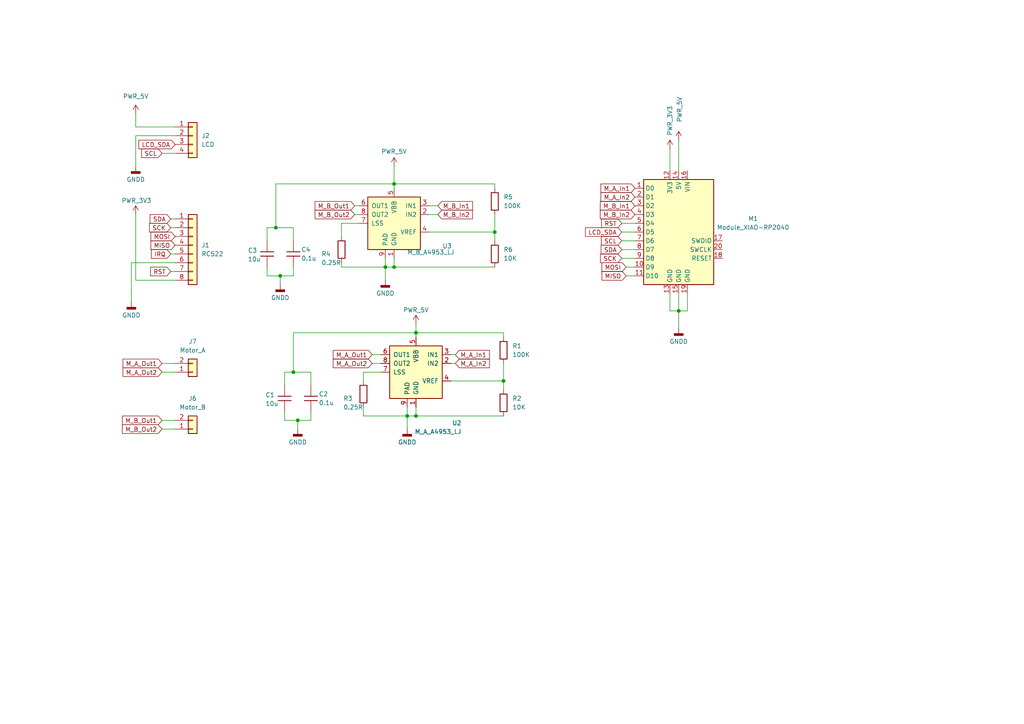
<source format=kicad_sch>
(kicad_sch (version 20250114) (generator "eeschema") (generator_version "9.0")
  (paper "A4")
  (lib_symbols
    (symbol "Connector_Generic:Conn_01x02" (pin_names (offset 1.016) (hide yes))
      (property "Reference" "J" (at 0 2.54 0))
      (property "Value" "Conn_01x02" (at 0 -5.08 0))
      (symbol "Conn_01x02_1_1"
        (rectangle (start -1.27 1.27) (end 1.27 -3.81) (stroke (width 0.254)) (fill (type background)))
        (rectangle (start -1.27 0.127) (end 0 -0.127) (stroke (width 0.1524)))
        (rectangle (start -1.27 -2.413) (end 0 -2.667) (stroke (width 0.1524)))
        (pin passive line (at -5.08 0 0) (length 3.81) (name "Pin_1") (number "1"))
        (pin passive line (at -5.08 -2.54 0) (length 3.81) (name "Pin_2") (number "2"))
      )
    )
    (symbol "Connector_Generic:Conn_01x04" (pin_names (offset 1.016) (hide yes))
      (property "Reference" "J" (at 0 5.08 0))
      (property "Value" "Conn_01x04" (at 0 -7.62 0))
      (symbol "Conn_01x04_1_1"
        (rectangle (start -1.27 3.81) (end 1.27 -6.35) (stroke (width 0.254)) (fill (type background)))
        (rectangle (start -1.27 2.667) (end 0 2.413) (stroke (width 0.1524)))
        (rectangle (start -1.27 0.127) (end 0 -0.127) (stroke (width 0.1524)))
        (rectangle (start -1.27 -2.413) (end 0 -2.667) (stroke (width 0.1524)))
        (rectangle (start -1.27 -4.953) (end 0 -5.207) (stroke (width 0.1524)))
        (pin passive line (at -5.08 2.54 0) (length 3.81) (name "Pin_1") (number "1"))
        (pin passive line (at -5.08 0 0) (length 3.81) (name "Pin_2") (number "2"))
        (pin passive line (at -5.08 -2.54 0) (length 3.81) (name "Pin_3") (number "3"))
        (pin passive line (at -5.08 -5.08 0) (length 3.81) (name "Pin_4") (number "4"))
      )
    )
    (symbol "Connector_Generic:Conn_01x08" (pin_names (offset 1.016) (hide yes))
      (property "Reference" "J" (at 0 10.16 0))
      (property "Value" "Conn_01x08" (at 0 -12.7 0))
      (symbol "Conn_01x08_1_1"
        (rectangle (start -1.27 8.89) (end 1.27 -11.43) (stroke (width 0.254)) (fill (type background)))
        (rectangle (start -1.27 7.747) (end 0 7.493) (stroke (width 0.1524)))
        (rectangle (start -1.27 5.207) (end 0 4.953) (stroke (width 0.1524)))
        (rectangle (start -1.27 2.667) (end 0 2.413) (stroke (width 0.1524)))
        (rectangle (start -1.27 0.127) (end 0 -0.127) (stroke (width 0.1524)))
        (rectangle (start -1.27 -2.413) (end 0 -2.667) (stroke (width 0.1524)))
        (rectangle (start -1.27 -4.953) (end 0 -5.207) (stroke (width 0.1524)))
        (rectangle (start -1.27 -7.493) (end 0 -7.747) (stroke (width 0.1524)))
        (rectangle (start -1.27 -10.033) (end 0 -10.287) (stroke (width 0.1524)))
        (pin passive line (at -5.08 7.62 0) (length 3.81) (name "Pin_1") (number "1"))
        (pin passive line (at -5.08 5.08 0) (length 3.81) (name "Pin_2") (number "2"))
        (pin passive line (at -5.08 2.54 0) (length 3.81) (name "Pin_3") (number "3"))
        (pin passive line (at -5.08 0 0) (length 3.81) (name "Pin_4") (number "4"))
        (pin passive line (at -5.08 -2.54 0) (length 3.81) (name "Pin_5") (number "5"))
        (pin passive line (at -5.08 -5.08 0) (length 3.81) (name "Pin_6") (number "6"))
        (pin passive line (at -5.08 -7.62 0) (length 3.81) (name "Pin_7") (number "7"))
        (pin passive line (at -5.08 -10.16 0) (length 3.81) (name "Pin_8") (number "8"))
      )
    )
    (symbol "Device:R" (pin_numbers (hide yes)) (pin_names (offset 0))
      (property "Reference" "R" (at 2.032 0 90))
      (property "Value" "R" (at 0 0 90))
      (symbol "R_0_1"
        (rectangle (start -1.016 -2.54) (end 1.016 2.54) (stroke (width 0.254)))
      )
      (symbol "R_1_1"
        (pin passive line (at 0 3.81 270) (length 1.27) (name "~") (number "1"))
        (pin passive line (at 0 -3.81 90) (length 1.27) (name "~") (number "2"))
      )
    )
    (symbol "Driver_Motor:A4953_LJ" (pin_names (offset 1.016))
      (property "Reference" "U" (at -7.62 8.89 0))
      (property "Value" "A4953_LJ" (at 5.08 8.89 0))
      (symbol "A4953_LJ_0_1"
        (rectangle (start -7.62 7.62) (end 7.62 -7.62) (stroke (width 0.254)) (fill (type background)))
      )
      (symbol "A4953_LJ_1_1"
        (pin input line (at -10.16 5.08 0) (length 2.54) (name "IN1") (number "3"))
        (pin input line (at -10.16 2.54 0) (length 2.54) (name "IN2") (number "2"))
        (pin passive line (at -10.16 -2.54 0) (length 2.54) (name "VREF") (number "4"))
        (pin power_in line (at 0 10.16 270) (length 2.54) (name "VBB") (number "5"))
        (pin power_in line (at 0 -10.16 90) (length 2.54) (name "GND") (number "1"))
        (pin power_in line (at 2.54 -10.16 90) (length 2.54) (name "PAD") (number "9"))
        (pin power_out line (at 10.16 5.08 180) (length 2.54) (name "OUT1") (number "6"))
        (pin power_out line (at 10.16 2.54 180) (length 2.54) (name "OUT2") (number "8"))
        (pin power_in line (at 10.16 0 180) (length 2.54) (name "LSS") (number "7"))
      )
    )
    (symbol "fab-kicad:C_1206" (pin_numbers (hide yes))
      (property "Reference" "C" (at 0.635 2.54 0))
      (property "Value" "C_1206" (at 0.635 -2.54 0))
      (symbol "C_1206_1_1"
        (polyline (pts (xy -1.905 0.635) (xy 1.905 0.635)) (stroke (width 0.25)))
        (polyline (pts (xy -1.905 -0.635) (xy 1.905 -0.635)) (stroke (width 0.25)))
        (pin passive line (at 0 3.81 270) (length 3.175) (name "~") (number "1"))
        (pin passive line (at 0 -3.81 90) (length 3.175) (name "~") (number "2"))
      )
    )
    (symbol "fab-kicad:Module_XIAO-RP2040"
      (property "Reference" "M" (at -10.16 16.51 0))
      (property "Value" "Module_XIAO-RP2040" (at 3.81 16.51 0))
      (symbol "Module_XIAO-RP2040_1_1"
        (rectangle (start -10.16 15.24) (end 10.16 -15.24) (stroke (width 0.254)) (fill (type background)))
        (pin bidirectional line (at -12.7 12.7 0) (length 2.54) (name "D0") (number "1"))
        (pin bidirectional line (at -12.7 10.16 0) (length 2.54) (name "D1") (number "2"))
        (pin bidirectional line (at -12.7 7.62 0) (length 2.54) (name "D2") (number "3"))
        (pin bidirectional line (at -12.7 5.08 0) (length 2.54) (name "D3") (number "4"))
        (pin bidirectional line (at -12.7 2.54 0) (length 2.54) (name "D4") (number "5"))
        (pin bidirectional line (at -12.7 0 0) (length 2.54) (name "D5") (number "6"))
        (pin bidirectional line (at -12.7 -2.54 0) (length 2.54) (name "D6") (number "7"))
        (pin bidirectional line (at -12.7 -5.08 0) (length 2.54) (name "D7") (number "8"))
        (pin bidirectional line (at -12.7 -7.62 0) (length 2.54) (name "D8") (number "9"))
        (pin bidirectional line (at -12.7 -10.16 0) (length 2.54) (name "D9") (number "10"))
        (pin bidirectional line (at -12.7 -12.7 0) (length 2.54) (name "D10") (number "11"))
        (pin power_in line (at -2.54 17.78 270) (length 2.54) (name "3V3") (number "12"))
        (pin power_in line (at -2.54 -17.78 90) (length 2.54) (name "GND") (number "13"))
        (pin power_in line (at 0 17.78 270) (length 2.54) (name "5V") (number "14"))
        (pin power_in line (at 0 -17.78 90) (length 2.54) (name "GND") (number "15"))
        (pin power_in line (at 2.54 17.78 270) (length 2.54) (name "VIN") (number "16"))
        (pin power_in line (at 2.54 -17.78 90) (length 2.54) (name "GND") (number "19"))
        (pin bidirectional line (at 12.7 -2.54 180) (length 2.54) (name "SWDIO") (number "17"))
        (pin input line (at 12.7 -5.08 180) (length 2.54) (name "SWCLK") (number "20"))
        (pin input line (at 12.7 -7.62 180) (length 2.54) (name "RESET") (number "18"))
      )
    )
    (symbol "fab-kicad:PWR_3V3" (power) (pin_names (offset 0))
      (property "Value" "PWR_3V3" (at 0 3.556 0))
      (symbol "PWR_3V3_0_1"
        (polyline (pts (xy -0.762 1.27) (xy 0 2.54)))
        (polyline (pts (xy 0 2.54) (xy 0.762 1.27)))
        (polyline (pts (xy 0 0) (xy 0 2.54)))
      )
      (symbol "PWR_3V3_1_1"
        (pin power_in line (at 0 0 90) (length 0) (hide yes) (name "PWR_3V3") (number "1"))
      )
    )
    (symbol "fab-kicad:PWR_5V" (power) (pin_names (offset 0))
      (property "Value" "PWR_5V" (at 0 3.556 0))
      (symbol "PWR_5V_0_1"
        (polyline (pts (xy -0.762 1.27) (xy 0 2.54)))
        (polyline (pts (xy 0 2.54) (xy 0.762 1.27)))
        (polyline (pts (xy 0 0) (xy 0 2.54)))
      )
      (symbol "PWR_5V_1_1"
        (pin power_in line (at 0 0 90) (length 0) (hide yes) (name "PWR_5V") (number "1"))
      )
    )
    (symbol "power:GNDD" (power) (pin_numbers (hide yes)) (pin_names (offset 0) (hide yes))
      (property "Value" "GNDD" (at 0 -3.175 0))
      (symbol "GNDD_0_1"
        (rectangle (start -1.27 -1.524) (end 1.27 -2.032) (stroke (width 0.254)) (fill (type outline)))
        (polyline (pts (xy 0 0) (xy 0 -1.524)))
      )
      (symbol "GNDD_1_1"
        (pin power_in line (at 0 0 270) (length 0) (name "~") (number "1"))
      )
    )
  )
  (junction (at 120.65 96.52))
  (junction (at 85.09 107.95))
  (junction (at 81.28 80.01))
  (junction (at 146.05 110.49))
  (junction (at 111.76 77.47))
  (junction (at 143.51 67.31))
  (junction (at 86.36 121.92))
  (junction (at 118.11 120.65))
  (junction (at 114.3 77.47))
  (junction (at 196.85 90.17))
  (junction (at 120.65 120.65))
  (junction (at 80.01 66.04))
  (junction (at 114.3 53.34))
  (wire (pts (xy 80.01 53.34) (xy 114.3 53.34)))
  (wire (pts (xy 39.37 39.37) (xy 39.37 48.26)))
  (wire (pts (xy 118.11 118.11) (xy 118.11 120.65)))
  (wire (pts (xy 130.81 110.49) (xy 146.05 110.49)))
  (wire (pts (xy 105.41 107.95) (xy 110.49 107.95)))
  (wire (pts (xy 99.06 77.47) (xy 111.76 77.47)))
  (wire (pts (xy 180.34 64.77) (xy 184.15 64.77)))
  (wire (pts (xy 82.55 107.95) (xy 82.55 111.76)))
  (wire (pts (xy 77.47 80.01) (xy 81.28 80.01)))
  (wire (pts (xy 180.34 72.39) (xy 184.15 72.39)))
  (wire (pts (xy 124.46 59.69) (xy 127 59.69)))
  (wire (pts (xy 180.34 67.31) (xy 184.15 67.31)))
  (wire (pts (xy 114.3 77.47) (xy 143.51 77.47)))
  (wire (pts (xy 86.36 121.92) (xy 90.17 121.92)))
  (wire (pts (xy 114.3 53.34) (xy 143.51 53.34)))
  (wire (pts (xy 194.31 43.18) (xy 194.31 49.53)))
  (wire (pts (xy 39.37 36.83) (xy 39.37 33.02)))
  (wire (pts (xy 38.1 76.2) (xy 38.1 87.63)))
  (wire (pts (xy 114.3 48.26) (xy 114.3 53.34)))
  (wire (pts (xy 90.17 119.38) (xy 90.17 121.92)))
  (wire (pts (xy 120.65 93.98) (xy 120.65 96.52)))
  (wire (pts (xy 196.85 90.17) (xy 196.85 95.25)))
  (wire (pts (xy 180.34 74.93) (xy 184.15 74.93)))
  (wire (pts (xy 77.47 66.04) (xy 77.47 69.85)))
  (wire (pts (xy 143.51 67.31) (xy 143.51 69.85)))
  (wire (pts (xy 102.87 62.23) (xy 104.14 62.23)))
  (wire (pts (xy 105.41 120.65) (xy 118.11 120.65)))
  (wire (pts (xy 39.37 81.28) (xy 39.37 62.23)))
  (wire (pts (xy 99.06 64.77) (xy 99.06 68.58)))
  (wire (pts (xy 80.01 66.04) (xy 85.09 66.04)))
  (wire (pts (xy 194.31 90.17) (xy 196.85 90.17)))
  (wire (pts (xy 38.1 76.2) (xy 50.8 76.2)))
  (wire (pts (xy 111.76 74.93) (xy 111.76 77.47)))
  (wire (pts (xy 146.05 105.41) (xy 146.05 110.49)))
  (wire (pts (xy 46.99 121.92) (xy 50.8 121.92)))
  (wire (pts (xy 81.28 80.01) (xy 85.09 80.01)))
  (wire (pts (xy 46.99 107.95) (xy 50.8 107.95)))
  (wire (pts (xy 196.85 40.64) (xy 196.85 49.53)))
  (wire (pts (xy 120.65 120.65) (xy 120.65 118.11)))
  (wire (pts (xy 194.31 85.09) (xy 194.31 90.17)))
  (wire (pts (xy 85.09 77.47) (xy 85.09 80.01)))
  (wire (pts (xy 77.47 77.47) (xy 77.47 80.01)))
  (wire (pts (xy 146.05 97.79) (xy 146.05 96.52)))
  (wire (pts (xy 120.65 120.65) (xy 146.05 120.65)))
  (wire (pts (xy 114.3 77.47) (xy 114.3 74.93)))
  (wire (pts (xy 146.05 110.49) (xy 146.05 113.03)))
  (wire (pts (xy 85.09 107.95) (xy 85.09 96.52)))
  (wire (pts (xy 111.76 77.47) (xy 111.76 81.28)))
  (wire (pts (xy 99.06 76.2) (xy 99.06 77.47)))
  (wire (pts (xy 180.34 69.85) (xy 184.15 69.85)))
  (wire (pts (xy 82.55 119.38) (xy 82.55 121.92)))
  (wire (pts (xy 130.81 102.87) (xy 132.08 102.87)))
  (wire (pts (xy 82.55 107.95) (xy 85.09 107.95)))
  (wire (pts (xy 39.37 81.28) (xy 50.8 81.28)))
  (wire (pts (xy 49.53 73.66) (xy 50.8 73.66)))
  (wire (pts (xy 146.05 96.52) (xy 120.65 96.52)))
  (wire (pts (xy 49.53 66.04) (xy 50.8 66.04)))
  (wire (pts (xy 143.51 62.23) (xy 143.51 67.31)))
  (wire (pts (xy 107.95 105.41) (xy 110.49 105.41)))
  (wire (pts (xy 77.47 66.04) (xy 80.01 66.04)))
  (wire (pts (xy 107.95 102.87) (xy 110.49 102.87)))
  (wire (pts (xy 181.61 80.01) (xy 184.15 80.01)))
  (wire (pts (xy 82.55 121.92) (xy 86.36 121.92)))
  (wire (pts (xy 85.09 107.95) (xy 90.17 107.95)))
  (wire (pts (xy 124.46 62.23) (xy 127 62.23)))
  (wire (pts (xy 196.85 90.17) (xy 199.39 90.17)))
  (wire (pts (xy 105.41 107.95) (xy 105.41 110.49)))
  (wire (pts (xy 102.87 59.69) (xy 104.14 59.69)))
  (wire (pts (xy 46.99 44.45) (xy 50.8 44.45)))
  (wire (pts (xy 99.06 64.77) (xy 104.14 64.77)))
  (wire (pts (xy 86.36 121.92) (xy 86.36 124.46)))
  (wire (pts (xy 143.51 54.61) (xy 143.51 53.34)))
  (wire (pts (xy 81.28 80.01) (xy 81.28 82.55)))
  (wire (pts (xy 46.99 105.41) (xy 50.8 105.41)))
  (wire (pts (xy 39.37 39.37) (xy 50.8 39.37)))
  (wire (pts (xy 90.17 111.76) (xy 90.17 107.95)))
  (wire (pts (xy 118.11 120.65) (xy 120.65 120.65)))
  (wire (pts (xy 46.99 124.46) (xy 50.8 124.46)))
  (wire (pts (xy 196.85 85.09) (xy 196.85 90.17)))
  (wire (pts (xy 49.53 63.5) (xy 50.8 63.5)))
  (wire (pts (xy 124.46 67.31) (xy 143.51 67.31)))
  (wire (pts (xy 132.08 105.41) (xy 130.81 105.41)))
  (wire (pts (xy 111.76 77.47) (xy 114.3 77.47)))
  (wire (pts (xy 105.41 118.11) (xy 105.41 120.65)))
  (wire (pts (xy 114.3 53.34) (xy 114.3 54.61)))
  (wire (pts (xy 181.61 77.47) (xy 184.15 77.47)))
  (wire (pts (xy 85.09 69.85) (xy 85.09 66.04)))
  (wire (pts (xy 118.11 120.65) (xy 118.11 124.46)))
  (wire (pts (xy 120.65 96.52) (xy 120.65 97.79)))
  (wire (pts (xy 49.53 78.74) (xy 50.8 78.74)))
  (wire (pts (xy 199.39 90.17) (xy 199.39 85.09)))
  (wire (pts (xy 80.01 53.34) (xy 80.01 66.04)))
  (wire (pts (xy 85.09 96.52) (xy 120.65 96.52)))
  (wire (pts (xy 39.37 36.83) (xy 50.8 36.83)))
  (global_label "IRQ" (shape input) (at 49.53 73.66 180) (property "Intersheetrefs" "${INTERSHEET_REFS}" (effects (hide yes))))
  (global_label "SDA" (shape input) (at 180.34 72.39 180) (property "Intersheetrefs" "${INTERSHEET_REFS}" (effects (hide yes))))
  (global_label "M_B_Out2" (shape input) (at 46.99 124.46 180) (property "Intersheetrefs" "${INTERSHEET_REFS}" (effects (hide yes))))
  (global_label "M_B_In1" (shape input) (at 127 59.69 0) (property "Intersheetrefs" "${INTERSHEET_REFS}" (effects (hide yes))))
  (global_label "M_B_Out1" (shape input) (at 102.87 59.69 180) (property "Intersheetrefs" "${INTERSHEET_REFS}" (effects (hide yes))))
  (global_label "MOSI" (shape input) (at 50.8 68.58 180) (property "Intersheetrefs" "${INTERSHEET_REFS}" (effects (hide yes))))
  (global_label "LCD_SDA" (shape input) (at 50.8 41.91 180) (property "Intersheetrefs" "${INTERSHEET_REFS}" (effects (hide yes))))
  (global_label "M_B_Out1" (shape input) (at 46.99 121.92 180) (property "Intersheetrefs" "${INTERSHEET_REFS}" (effects (hide yes))))
  (global_label "M_A_In1" (shape input) (at 184.15 54.61 180) (property "Intersheetrefs" "${INTERSHEET_REFS}" (effects (hide yes))))
  (global_label "M_A_In2" (shape input) (at 132.08 105.41 0) (property "Intersheetrefs" "${INTERSHEET_REFS}" (effects (hide yes))))
  (global_label "M_A_Out1" (shape input) (at 46.99 105.41 180) (property "Intersheetrefs" "${INTERSHEET_REFS}" (effects (hide yes))))
  (global_label "M_A_Out1" (shape input) (at 107.95 102.87 180) (property "Intersheetrefs" "${INTERSHEET_REFS}" (effects (hide yes))))
  (global_label "MISO" (shape input) (at 50.8 71.12 180) (property "Intersheetrefs" "${INTERSHEET_REFS}" (effects (hide yes))))
  (global_label "SDA" (shape input) (at 49.53 63.5 180) (property "Intersheetrefs" "${INTERSHEET_REFS}" (effects (hide yes))))
  (global_label "M_B_Out2" (shape input) (at 102.87 62.23 180) (property "Intersheetrefs" "${INTERSHEET_REFS}" (effects (hide yes))))
  (global_label "RST" (shape input) (at 180.34 64.77 180) (property "Intersheetrefs" "${INTERSHEET_REFS}" (effects (hide yes))))
  (global_label "SCL" (shape input) (at 46.99 44.45 180) (property "Intersheetrefs" "${INTERSHEET_REFS}" (effects (hide yes))))
  (global_label "MOSI" (shape input) (at 181.61 77.47 180) (property "Intersheetrefs" "${INTERSHEET_REFS}" (effects (hide yes))))
  (global_label "SCK" (shape input) (at 49.53 66.04 180) (property "Intersheetrefs" "${INTERSHEET_REFS}" (effects (hide yes))))
  (global_label "M_B_In2" (shape input) (at 127 62.23 0) (property "Intersheetrefs" "${INTERSHEET_REFS}" (effects (hide yes))))
  (global_label "MISO" (shape input) (at 181.61 80.01 180) (property "Intersheetrefs" "${INTERSHEET_REFS}" (effects (hide yes))))
  (global_label "SCK" (shape input) (at 180.34 74.93 180) (property "Intersheetrefs" "${INTERSHEET_REFS}" (effects (hide yes))))
  (global_label "M_A_Out2" (shape input) (at 46.99 107.95 180) (property "Intersheetrefs" "${INTERSHEET_REFS}" (effects (hide yes))))
  (global_label "SCL" (shape input) (at 180.34 69.85 180) (property "Intersheetrefs" "${INTERSHEET_REFS}" (effects (hide yes))))
  (global_label "LCD_SDA" (shape input) (at 180.34 67.31 180) (property "Intersheetrefs" "${INTERSHEET_REFS}" (effects (hide yes))))
  (global_label "M_B_In2" (shape input) (at 184.15 62.23 180) (property "Intersheetrefs" "${INTERSHEET_REFS}" (effects (hide yes))))
  (global_label "M_B_In1" (shape input) (at 184.15 59.69 180) (property "Intersheetrefs" "${INTERSHEET_REFS}" (effects (hide yes))))
  (global_label "M_A_Out2" (shape input) (at 107.95 105.41 180) (property "Intersheetrefs" "${INTERSHEET_REFS}" (effects (hide yes))))
  (global_label "RST" (shape input) (at 49.53 78.74 180) (property "Intersheetrefs" "${INTERSHEET_REFS}" (effects (hide yes))))
  (global_label "M_A_In1" (shape input) (at 132.08 102.87 0) (property "Intersheetrefs" "${INTERSHEET_REFS}" (effects (hide yes))))
  (global_label "M_A_In2" (shape input) (at 184.15 57.15 180) (property "Intersheetrefs" "${INTERSHEET_REFS}" (effects (hide yes))))
  (symbol (lib_id "Connector_Generic:Conn_01x02") (at 55.88 107.95 0) (mirror x) (unit 1)
    (property "Reference" "J7" (at 55.88 99.06 0))
    (property "Value" "Motor_A" (at 55.88 101.6 0))
    (property "Footprint" "Connector_PinHeader_2.54mm:PinHeader_1x02_P2.54mm_Vertical" (effects (hide yes)))
    (property "Description" "Generic connector, single row, 01x02, script generated (kicad-library-utils/schlib/autogen/connector/)" (effects (hide yes)))
  )
  (symbol (lib_id "fab-kicad:PWR_3V3") (at 194.31 43.18 0) (mirror y) (unit 1)
    (property "Reference" "#PWR09" (effects (hide yes)))
    (property "Value" "PWR_3V3" (at 194.3101 39.37 90) (effects (justify left)))
    (property "Description" "Power symbol creates a global label with name \"+3V3\"" (effects (hide yes)))
  )
  (symbol (lib_id "Device:R") (at 146.05 116.84 0) (unit 1)
    (property "Reference" "R2" (at 148.59 115.5699 0) (effects (justify left)))
    (property "Value" "10K" (at 148.59 118.1099 0) (effects (justify left)))
    (property "Footprint" "Resistor_SMD:R_1206_3216Metric" (effects (hide yes)))
    (property "Description" "Resistor" (effects (hide yes)))
  )
  (symbol (lib_id "fab-kicad:PWR_3V3") (at 39.37 62.23 0) (mirror y) (unit 1)
    (property "Reference" "#PWR011" (effects (hide yes)))
    (property "Value" "PWR_3V3" (at 43.942 58.166 0) (effects (justify left)))
    (property "Description" "Power symbol creates a global label with name \"+3V3\"" (effects (hide yes)))
  )
  (symbol (lib_id "Connector_Generic:Conn_01x04") (at 55.88 39.37 0) (unit 1)
    (property "Reference" "J2" (at 58.42 39.3699 0) (effects (justify left)))
    (property "Value" "LCD" (at 58.42 41.9099 0) (effects (justify left)))
    (property "Footprint" "Connector_PinHeader_2.54mm:PinHeader_1x04_P2.54mm_Vertical" (effects (hide yes)))
    (property "Description" "Generic connector, single row, 01x04, script generated (kicad-library-utils/schlib/autogen/connector/)" (effects (hide yes)))
  )
  (symbol (lib_id "Device:R") (at 143.51 58.42 0) (unit 1)
    (property "Reference" "R5" (at 146.05 57.1499 0) (effects (justify left)))
    (property "Value" "100K" (at 146.05 59.6899 0) (effects (justify left)))
    (property "Footprint" "Resistor_SMD:R_1206_3216Metric" (effects (hide yes)))
    (property "Description" "Resistor" (effects (hide yes)))
  )
  (symbol (lib_id "Driver_Motor:A4953_LJ") (at 120.65 107.95 0) (mirror y) (unit 1)
    (property "Reference" "U2" (at 133.858 122.682 0) (effects (justify left)))
    (property "Value" "M_A_A4953_LJ" (at 133.858 125.222 0) (effects (justify left)))
    (property "Footprint" "Package_SO:SOIC-8-1EP_3.9x4.9mm_P1.27mm_EP2.41x3.3mm" (effects (hide yes)))
    (property "Datasheet" "www.allegromicro.com/~/media/Files/Datasheets/A4952-3-Datasheet.ashx?la=en" (effects (hide yes)))
    (property "Description" "Full-Bridge, DMOS PWM, Motor Driver, 40V, 2A, SOIC-8" (effects (hide yes)))
  )
  (symbol (lib_id "Device:R") (at 99.06 72.39 0) (unit 1)
    (property "Reference" "R4" (at 93.218 73.66 0) (effects (justify left)))
    (property "Value" "0.25R" (at 93.218 76.2 0) (effects (justify left)))
    (property "Footprint" "Resistor_SMD:R_2010_5025Metric" (effects (hide yes)))
    (property "Description" "Resistor" (effects (hide yes)))
  )
  (symbol (lib_id "fab-kicad:PWR_5V") (at 120.65 93.98 0) (mirror y) (unit 1)
    (property "Reference" "#PWR013" (effects (hide yes)))
    (property "Value" "PWR_5V" (at 120.65 89.916 0))
    (property "Description" "Power symbol creates a global label with name \"+5V\"" (effects (hide yes)))
  )
  (symbol (lib_id "power:GNDD") (at 39.37 48.26 0) (mirror y) (unit 1)
    (property "Reference" "#PWR06" (effects (hide yes)))
    (property "Value" "GNDD" (at 39.37 52.07 0))
    (property "Description" "Power symbol creates a global label with name \"GNDD\" , digital ground" (effects (hide yes)))
  )
  (symbol (lib_id "Connector_Generic:Conn_01x02") (at 55.88 124.46 0) (mirror x) (unit 1)
    (property "Reference" "J6" (at 55.88 115.57 0))
    (property "Value" "Motor_B" (at 55.88 118.11 0))
    (property "Footprint" "Connector_PinHeader_2.54mm:PinHeader_1x02_P2.54mm_Vertical" (effects (hide yes)))
    (property "Description" "Generic connector, single row, 01x02, script generated (kicad-library-utils/schlib/autogen/connector/)" (effects (hide yes)))
  )
  (symbol (lib_id "power:GNDD") (at 118.11 124.46 0) (unit 1)
    (property "Reference" "#PWR015" (effects (hide yes)))
    (property "Value" "GNDD" (at 118.11 128.27 0))
    (property "Description" "Power symbol creates a global label with name \"GNDD\" , digital ground" (effects (hide yes)))
  )
  (symbol (lib_id "fab-kicad:PWR_5V") (at 114.3 48.26 0) (mirror y) (unit 1)
    (property "Reference" "#PWR012" (effects (hide yes)))
    (property "Value" "PWR_5V" (at 114.3 43.942 0))
    (property "Description" "Power symbol creates a global label with name \"+5V\"" (effects (hide yes)))
  )
  (symbol (lib_id "Device:R") (at 143.51 73.66 0) (unit 1)
    (property "Reference" "R6" (at 146.05 72.3899 0) (effects (justify left)))
    (property "Value" "10K" (at 146.05 74.9299 0) (effects (justify left)))
    (property "Footprint" "Resistor_SMD:R_1206_3216Metric" (effects (hide yes)))
    (property "Description" "Resistor" (effects (hide yes)))
  )
  (symbol (lib_id "fab-kicad:PWR_5V") (at 196.85 40.64 0) (unit 1)
    (property "Reference" "#PWR03" (effects (hide yes)))
    (property "Value" "PWR_5V" (at 197.104 31.75 90))
    (property "Description" "Power symbol creates a global label with name \"+5V\"" (effects (hide yes)))
  )
  (symbol (lib_id "power:GNDD") (at 81.28 82.55 0) (unit 1)
    (property "Reference" "#PWR04" (effects (hide yes)))
    (property "Value" "GNDD" (at 81.28 86.36 0))
    (property "Description" "Power symbol creates a global label with name \"GNDD\" , digital ground" (effects (hide yes)))
  )
  (symbol (lib_id "fab-kicad:Module_XIAO-RP2040") (at 196.85 67.31 0) (unit 1)
    (property "Reference" "M1" (at 218.44 63.4298 0))
    (property "Value" "Module_XIAO-RP2040" (at 218.44 65.9698 0))
    (property "Footprint" "PCM_fab:SeeedStudio_XIAO_RP2040" (effects (hide yes)))
    (property "Datasheet" "https://wiki.seeedstudio.com/XIAO-RP2040/" (effects (hide yes)))
    (property "Description" "RP2040 XIAO RP2040 - ARM® Dual-Core Cortex®-M0+ MCU 32-Bit Embedded Evaluation Board" (effects (hide yes)))
  )
  (symbol (lib_id "Device:R") (at 146.05 101.6 0) (unit 1)
    (property "Reference" "R1" (at 148.59 100.3299 0) (effects (justify left)))
    (property "Value" "100K" (at 148.59 102.8699 0) (effects (justify left)))
    (property "Footprint" "Resistor_SMD:R_1206_3216Metric" (effects (hide yes)))
    (property "Description" "Resistor" (effects (hide yes)))
  )
  (symbol (lib_id "Device:R") (at 105.41 114.3 0) (unit 1)
    (property "Reference" "R3" (at 99.568 115.57 0) (effects (justify left)))
    (property "Value" "0.25R" (at 99.568 118.11 0) (effects (justify left)))
    (property "Footprint" "Resistor_SMD:R_2010_5025Metric" (effects (hide yes)))
    (property "Description" "Resistor" (effects (hide yes)))
  )
  (symbol (lib_id "Driver_Motor:A4953_LJ") (at 114.3 64.77 0) (mirror y) (unit 1)
    (property "Reference" "U3" (at 131.064 71.374 0) (effects (justify left)))
    (property "Value" "M_B_A4953_LJ" (at 131.826 73.152 0) (effects (justify left)))
    (property "Footprint" "Package_SO:SOIC-8-1EP_3.9x4.9mm_P1.27mm_EP2.41x3.3mm" (effects (hide yes)))
    (property "Datasheet" "www.allegromicro.com/~/media/Files/Datasheets/A4952-3-Datasheet.ashx?la=en" (effects (hide yes)))
    (property "Description" "Full-Bridge, DMOS PWM, Motor Driver, 40V, 2A, SOIC-8" (effects (hide yes)))
  )
  (symbol (lib_id "power:GNDD") (at 196.85 95.25 0) (unit 1)
    (property "Reference" "#PWR01" (effects (hide yes)))
    (property "Value" "GNDD" (at 196.85 99.06 0))
    (property "Description" "Power symbol creates a global label with name \"GNDD\" , digital ground" (effects (hide yes)))
  )
  (symbol (lib_id "Connector_Generic:Conn_01x08") (at 55.88 71.12 0) (unit 1)
    (property "Reference" "J1" (at 58.42 71.1199 0) (effects (justify left)))
    (property "Value" "RC522" (at 58.42 73.6599 0) (effects (justify left)))
    (property "Footprint" "Connector_PinHeader_2.54mm:PinHeader_1x08_P2.54mm_Vertical" (effects (hide yes)))
    (property "Description" "Generic connector, single row, 01x08, script generated (kicad-library-utils/schlib/autogen/connector/)" (effects (hide yes)))
  )
  (symbol (lib_id "power:GNDD") (at 38.1 87.63 0) (mirror y) (unit 1)
    (property "Reference" "#PWR05" (effects (hide yes)))
    (property "Value" "GNDD" (at 38.1 91.44 0))
    (property "Description" "Power symbol creates a global label with name \"GNDD\" , digital ground" (effects (hide yes)))
  )
  (symbol (lib_id "fab-kicad:C_1206") (at 77.47 73.66 0) (unit 1)
    (property "Reference" "C3" (at 71.882 72.644 0) (effects (justify left)))
    (property "Value" "10u" (at 71.882 75.184 0) (effects (justify left)))
    (property "Footprint" "PCM_fab:C_1206" (effects (hide yes)))
    (property "Datasheet" "https://www.yageo.com/upload/media/product/productsearch/datasheet/mlcc/UPY-GP_NP0_16V-to-50V_18.pdf" (effects (hide yes)))
    (property "Description" "Unpolarized capacitor, SMD, 1206" (effects (hide yes)))
  )
  (symbol (lib_id "fab-kicad:C_1206") (at 85.09 73.66 0) (unit 1)
    (property "Reference" "C4" (at 87.376 72.39 0) (effects (justify left)))
    (property "Value" "0.1u" (at 87.376 74.93 0) (effects (justify left)))
    (property "Footprint" "PCM_fab:C_1206" (effects (hide yes)))
    (property "Datasheet" "https://www.yageo.com/upload/media/product/productsearch/datasheet/mlcc/UPY-GP_NP0_16V-to-50V_18.pdf" (effects (hide yes)))
    (property "Description" "Unpolarized capacitor, SMD, 1206" (effects (hide yes)))
  )
  (symbol (lib_id "fab-kicad:PWR_5V") (at 39.37 33.02 0) (mirror y) (unit 1)
    (property "Reference" "#PWR08" (effects (hide yes)))
    (property "Value" "PWR_5V" (at 39.37 27.94 0))
    (property "Description" "Power symbol creates a global label with name \"+5V\"" (effects (hide yes)))
  )
  (symbol (lib_id "power:GNDD") (at 86.36 124.46 0) (unit 1)
    (property "Reference" "#PWR02" (effects (hide yes)))
    (property "Value" "GNDD" (at 86.36 128.27 0))
    (property "Description" "Power symbol creates a global label with name \"GNDD\" , digital ground" (effects (hide yes)))
  )
  (symbol (lib_id "fab-kicad:C_1206") (at 90.17 115.57 0) (unit 1)
    (property "Reference" "C2" (at 92.456 114.3 0) (effects (justify left)))
    (property "Value" "0.1u" (at 92.456 116.84 0) (effects (justify left)))
    (property "Footprint" "PCM_fab:C_1206" (effects (hide yes)))
    (property "Datasheet" "https://www.yageo.com/upload/media/product/productsearch/datasheet/mlcc/UPY-GP_NP0_16V-to-50V_18.pdf" (effects (hide yes)))
    (property "Description" "Unpolarized capacitor, SMD, 1206" (effects (hide yes)))
  )
  (symbol (lib_id "fab-kicad:C_1206") (at 82.55 115.57 0) (unit 1)
    (property "Reference" "C1" (at 76.962 114.554 0) (effects (justify left)))
    (property "Value" "10u" (at 76.962 117.094 0) (effects (justify left)))
    (property "Footprint" "PCM_fab:C_1206" (effects (hide yes)))
    (property "Datasheet" "https://www.yageo.com/upload/media/product/productsearch/datasheet/mlcc/UPY-GP_NP0_16V-to-50V_18.pdf" (effects (hide yes)))
    (property "Description" "Unpolarized capacitor, SMD, 1206" (effects (hide yes)))
  )
  (symbol (lib_id "power:GNDD") (at 111.76 81.28 0) (unit 1)
    (property "Reference" "#PWR014" (effects (hide yes)))
    (property "Value" "GNDD" (at 111.76 85.09 0))
    (property "Description" "Power symbol creates a global label with name \"GNDD\" , digital ground" (effects (hide yes)))
  )
)
</source>
